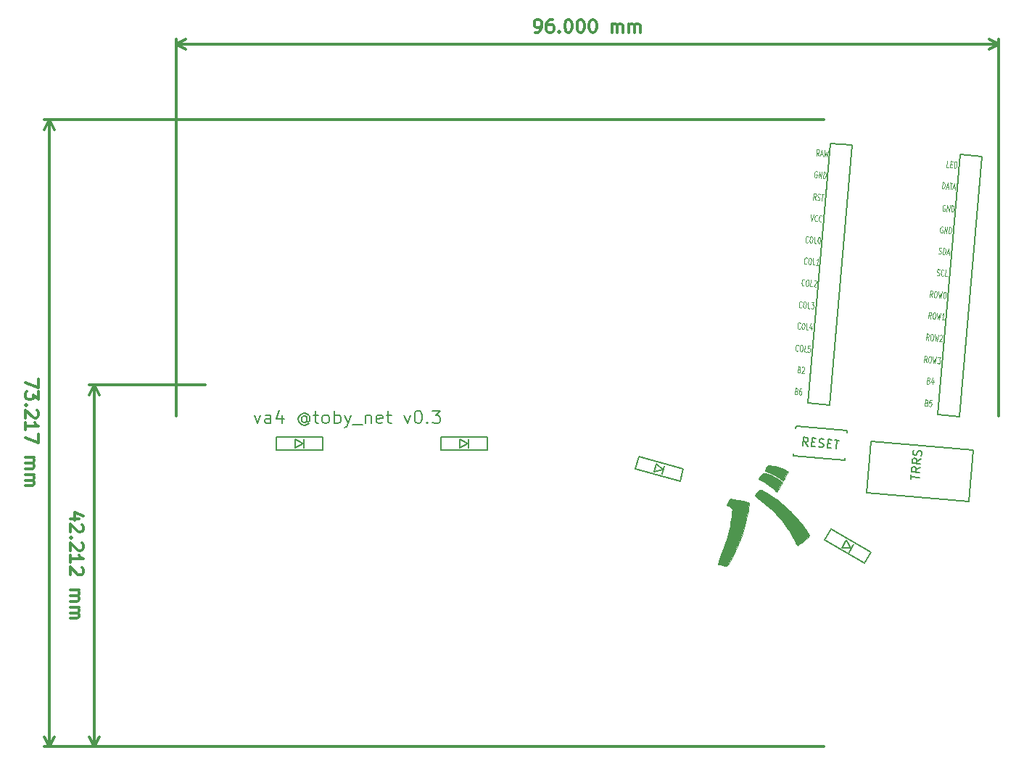
<source format=gbr>
G04 #@! TF.GenerationSoftware,KiCad,Pcbnew,(5.0.1)-4*
G04 #@! TF.CreationDate,2019-01-20T17:45:29+09:00*
G04 #@! TF.ProjectId,va4,7661342E6B696361645F706362000000,rev?*
G04 #@! TF.SameCoordinates,Original*
G04 #@! TF.FileFunction,Legend,Top*
G04 #@! TF.FilePolarity,Positive*
%FSLAX46Y46*%
G04 Gerber Fmt 4.6, Leading zero omitted, Abs format (unit mm)*
G04 Created by KiCad (PCBNEW (5.0.1)-4) date 20/01/2019 17:45:29*
%MOMM*%
%LPD*%
G01*
G04 APERTURE LIST*
%ADD10C,0.300000*%
%ADD11C,0.200000*%
%ADD12C,0.010000*%
%ADD13C,0.150000*%
%ADD14C,0.125000*%
G04 APERTURE END LIST*
D10*
X30221428Y-74605923D02*
X29221428Y-74605923D01*
X30792857Y-74248780D02*
X29721428Y-73891637D01*
X29721428Y-74820208D01*
X30578571Y-75320208D02*
X30650000Y-75391637D01*
X30721428Y-75534494D01*
X30721428Y-75891637D01*
X30650000Y-76034494D01*
X30578571Y-76105923D01*
X30435714Y-76177351D01*
X30292857Y-76177351D01*
X30078571Y-76105923D01*
X29221428Y-75248780D01*
X29221428Y-76177351D01*
X29364285Y-76820208D02*
X29292857Y-76891637D01*
X29221428Y-76820208D01*
X29292857Y-76748780D01*
X29364285Y-76820208D01*
X29221428Y-76820208D01*
X30578571Y-77463065D02*
X30650000Y-77534494D01*
X30721428Y-77677351D01*
X30721428Y-78034494D01*
X30650000Y-78177351D01*
X30578571Y-78248780D01*
X30435714Y-78320208D01*
X30292857Y-78320208D01*
X30078571Y-78248780D01*
X29221428Y-77391637D01*
X29221428Y-78320208D01*
X29221428Y-79748780D02*
X29221428Y-78891637D01*
X29221428Y-79320208D02*
X30721428Y-79320208D01*
X30507142Y-79177351D01*
X30364285Y-79034494D01*
X30292857Y-78891637D01*
X30578571Y-80320208D02*
X30650000Y-80391637D01*
X30721428Y-80534494D01*
X30721428Y-80891637D01*
X30650000Y-81034494D01*
X30578571Y-81105923D01*
X30435714Y-81177351D01*
X30292857Y-81177351D01*
X30078571Y-81105923D01*
X29221428Y-80248780D01*
X29221428Y-81177351D01*
X29221428Y-82963065D02*
X30221428Y-82963065D01*
X30078571Y-82963065D02*
X30150000Y-83034494D01*
X30221428Y-83177351D01*
X30221428Y-83391637D01*
X30150000Y-83534494D01*
X30007142Y-83605923D01*
X29221428Y-83605923D01*
X30007142Y-83605923D02*
X30150000Y-83677351D01*
X30221428Y-83820208D01*
X30221428Y-84034494D01*
X30150000Y-84177351D01*
X30007142Y-84248780D01*
X29221428Y-84248780D01*
X29221428Y-84963065D02*
X30221428Y-84963065D01*
X30078571Y-84963065D02*
X30150000Y-85034494D01*
X30221428Y-85177351D01*
X30221428Y-85391637D01*
X30150000Y-85534494D01*
X30007142Y-85605923D01*
X29221428Y-85605923D01*
X30007142Y-85605923D02*
X30150000Y-85677351D01*
X30221428Y-85820208D01*
X30221428Y-86034494D01*
X30150000Y-86177351D01*
X30007142Y-86248780D01*
X29221428Y-86248780D01*
X32000000Y-59000000D02*
X32000000Y-101211846D01*
X45000000Y-59000000D02*
X31413579Y-59000000D01*
X45000000Y-101211846D02*
X31413579Y-101211846D01*
X32000000Y-101211846D02*
X31413579Y-100085342D01*
X32000000Y-101211846D02*
X32586421Y-100085342D01*
X32000000Y-59000000D02*
X31413579Y-60126504D01*
X32000000Y-59000000D02*
X32586421Y-60126504D01*
X25521428Y-58323027D02*
X25521428Y-59323027D01*
X24021428Y-58680170D01*
X25521428Y-59751599D02*
X25521428Y-60680170D01*
X24950000Y-60180170D01*
X24950000Y-60394456D01*
X24878571Y-60537313D01*
X24807142Y-60608742D01*
X24664285Y-60680170D01*
X24307142Y-60680170D01*
X24164285Y-60608742D01*
X24092857Y-60537313D01*
X24021428Y-60394456D01*
X24021428Y-59965884D01*
X24092857Y-59823027D01*
X24164285Y-59751599D01*
X24164285Y-61323027D02*
X24092857Y-61394456D01*
X24021428Y-61323027D01*
X24092857Y-61251599D01*
X24164285Y-61323027D01*
X24021428Y-61323027D01*
X25378571Y-61965884D02*
X25450000Y-62037313D01*
X25521428Y-62180170D01*
X25521428Y-62537313D01*
X25450000Y-62680170D01*
X25378571Y-62751599D01*
X25235714Y-62823027D01*
X25092857Y-62823027D01*
X24878571Y-62751599D01*
X24021428Y-61894456D01*
X24021428Y-62823027D01*
X24021428Y-64251599D02*
X24021428Y-63394456D01*
X24021428Y-63823027D02*
X25521428Y-63823027D01*
X25307142Y-63680170D01*
X25164285Y-63537313D01*
X25092857Y-63394456D01*
X25521428Y-64751599D02*
X25521428Y-65751599D01*
X24021428Y-65108742D01*
X24021428Y-67465884D02*
X25021428Y-67465884D01*
X24878571Y-67465884D02*
X24950000Y-67537313D01*
X25021428Y-67680170D01*
X25021428Y-67894456D01*
X24950000Y-68037313D01*
X24807142Y-68108742D01*
X24021428Y-68108742D01*
X24807142Y-68108742D02*
X24950000Y-68180170D01*
X25021428Y-68323027D01*
X25021428Y-68537313D01*
X24950000Y-68680170D01*
X24807142Y-68751599D01*
X24021428Y-68751599D01*
X24021428Y-69465884D02*
X25021428Y-69465884D01*
X24878571Y-69465884D02*
X24950000Y-69537313D01*
X25021428Y-69680170D01*
X25021428Y-69894456D01*
X24950000Y-70037313D01*
X24807142Y-70108742D01*
X24021428Y-70108742D01*
X24807142Y-70108742D02*
X24950000Y-70180170D01*
X25021428Y-70323027D01*
X25021428Y-70537313D01*
X24950000Y-70680170D01*
X24807142Y-70751599D01*
X24021428Y-70751599D01*
X26800000Y-28000000D02*
X26800000Y-101217484D01*
X117200000Y-28000000D02*
X26213579Y-28000000D01*
X117200000Y-101217484D02*
X26213579Y-101217484D01*
X26800000Y-101217484D02*
X26213579Y-100090980D01*
X26800000Y-101217484D02*
X27386421Y-100090980D01*
X26800000Y-28000000D02*
X26213579Y-29126504D01*
X26800000Y-28000000D02*
X27386421Y-29126504D01*
X83528779Y-17778571D02*
X83814493Y-17778571D01*
X83957350Y-17707142D01*
X84028779Y-17635714D01*
X84171636Y-17421428D01*
X84243065Y-17135714D01*
X84243065Y-16564285D01*
X84171636Y-16421428D01*
X84100208Y-16350000D01*
X83957350Y-16278571D01*
X83671636Y-16278571D01*
X83528779Y-16350000D01*
X83457350Y-16421428D01*
X83385922Y-16564285D01*
X83385922Y-16921428D01*
X83457350Y-17064285D01*
X83528779Y-17135714D01*
X83671636Y-17207142D01*
X83957350Y-17207142D01*
X84100208Y-17135714D01*
X84171636Y-17064285D01*
X84243065Y-16921428D01*
X85528779Y-16278571D02*
X85243065Y-16278571D01*
X85100208Y-16350000D01*
X85028779Y-16421428D01*
X84885922Y-16635714D01*
X84814493Y-16921428D01*
X84814493Y-17492857D01*
X84885922Y-17635714D01*
X84957350Y-17707142D01*
X85100208Y-17778571D01*
X85385922Y-17778571D01*
X85528779Y-17707142D01*
X85600208Y-17635714D01*
X85671636Y-17492857D01*
X85671636Y-17135714D01*
X85600208Y-16992857D01*
X85528779Y-16921428D01*
X85385922Y-16850000D01*
X85100208Y-16850000D01*
X84957350Y-16921428D01*
X84885922Y-16992857D01*
X84814493Y-17135714D01*
X86314493Y-17635714D02*
X86385922Y-17707142D01*
X86314493Y-17778571D01*
X86243065Y-17707142D01*
X86314493Y-17635714D01*
X86314493Y-17778571D01*
X87314493Y-16278571D02*
X87457350Y-16278571D01*
X87600208Y-16350000D01*
X87671636Y-16421428D01*
X87743065Y-16564285D01*
X87814493Y-16850000D01*
X87814493Y-17207142D01*
X87743065Y-17492857D01*
X87671636Y-17635714D01*
X87600208Y-17707142D01*
X87457350Y-17778571D01*
X87314493Y-17778571D01*
X87171636Y-17707142D01*
X87100208Y-17635714D01*
X87028779Y-17492857D01*
X86957350Y-17207142D01*
X86957350Y-16850000D01*
X87028779Y-16564285D01*
X87100208Y-16421428D01*
X87171636Y-16350000D01*
X87314493Y-16278571D01*
X88743065Y-16278571D02*
X88885922Y-16278571D01*
X89028779Y-16350000D01*
X89100208Y-16421428D01*
X89171636Y-16564285D01*
X89243065Y-16850000D01*
X89243065Y-17207142D01*
X89171636Y-17492857D01*
X89100208Y-17635714D01*
X89028779Y-17707142D01*
X88885922Y-17778571D01*
X88743065Y-17778571D01*
X88600208Y-17707142D01*
X88528779Y-17635714D01*
X88457350Y-17492857D01*
X88385922Y-17207142D01*
X88385922Y-16850000D01*
X88457350Y-16564285D01*
X88528779Y-16421428D01*
X88600208Y-16350000D01*
X88743065Y-16278571D01*
X90171636Y-16278571D02*
X90314493Y-16278571D01*
X90457350Y-16350000D01*
X90528779Y-16421428D01*
X90600208Y-16564285D01*
X90671636Y-16850000D01*
X90671636Y-17207142D01*
X90600208Y-17492857D01*
X90528779Y-17635714D01*
X90457350Y-17707142D01*
X90314493Y-17778571D01*
X90171636Y-17778571D01*
X90028779Y-17707142D01*
X89957350Y-17635714D01*
X89885922Y-17492857D01*
X89814493Y-17207142D01*
X89814493Y-16850000D01*
X89885922Y-16564285D01*
X89957350Y-16421428D01*
X90028779Y-16350000D01*
X90171636Y-16278571D01*
X92457350Y-17778571D02*
X92457350Y-16778571D01*
X92457350Y-16921428D02*
X92528779Y-16850000D01*
X92671636Y-16778571D01*
X92885922Y-16778571D01*
X93028779Y-16850000D01*
X93100208Y-16992857D01*
X93100208Y-17778571D01*
X93100208Y-16992857D02*
X93171636Y-16850000D01*
X93314493Y-16778571D01*
X93528779Y-16778571D01*
X93671636Y-16850000D01*
X93743065Y-16992857D01*
X93743065Y-17778571D01*
X94457350Y-17778571D02*
X94457350Y-16778571D01*
X94457350Y-16921428D02*
X94528779Y-16850000D01*
X94671636Y-16778571D01*
X94885922Y-16778571D01*
X95028779Y-16850000D01*
X95100208Y-16992857D01*
X95100208Y-17778571D01*
X95100208Y-16992857D02*
X95171636Y-16850000D01*
X95314493Y-16778571D01*
X95528779Y-16778571D01*
X95671636Y-16850000D01*
X95743065Y-16992857D01*
X95743065Y-17778571D01*
X41600000Y-19200000D02*
X137600416Y-19200000D01*
X41600000Y-62600000D02*
X41600000Y-18613579D01*
X137600416Y-62600000D02*
X137600416Y-18613579D01*
X137600416Y-19200000D02*
X136473912Y-19786421D01*
X137600416Y-19200000D02*
X136473912Y-18613579D01*
X41600000Y-19200000D02*
X42726504Y-19786421D01*
X41600000Y-19200000D02*
X42726504Y-18613579D01*
D11*
X50707142Y-62478571D02*
X51064285Y-63478571D01*
X51421428Y-62478571D01*
X52635714Y-63478571D02*
X52635714Y-62692857D01*
X52564285Y-62550000D01*
X52421428Y-62478571D01*
X52135714Y-62478571D01*
X51992857Y-62550000D01*
X52635714Y-63407142D02*
X52492857Y-63478571D01*
X52135714Y-63478571D01*
X51992857Y-63407142D01*
X51921428Y-63264285D01*
X51921428Y-63121428D01*
X51992857Y-62978571D01*
X52135714Y-62907142D01*
X52492857Y-62907142D01*
X52635714Y-62835714D01*
X53992857Y-62478571D02*
X53992857Y-63478571D01*
X53635714Y-61907142D02*
X53278571Y-62978571D01*
X54207142Y-62978571D01*
X56850000Y-62764285D02*
X56778571Y-62692857D01*
X56635714Y-62621428D01*
X56492857Y-62621428D01*
X56350000Y-62692857D01*
X56278571Y-62764285D01*
X56207142Y-62907142D01*
X56207142Y-63050000D01*
X56278571Y-63192857D01*
X56350000Y-63264285D01*
X56492857Y-63335714D01*
X56635714Y-63335714D01*
X56778571Y-63264285D01*
X56850000Y-63192857D01*
X56850000Y-62621428D02*
X56850000Y-63192857D01*
X56921428Y-63264285D01*
X56992857Y-63264285D01*
X57135714Y-63192857D01*
X57207142Y-63050000D01*
X57207142Y-62692857D01*
X57064285Y-62478571D01*
X56850000Y-62335714D01*
X56564285Y-62264285D01*
X56278571Y-62335714D01*
X56064285Y-62478571D01*
X55921428Y-62692857D01*
X55850000Y-62978571D01*
X55921428Y-63264285D01*
X56064285Y-63478571D01*
X56278571Y-63621428D01*
X56564285Y-63692857D01*
X56850000Y-63621428D01*
X57064285Y-63478571D01*
X57635714Y-62478571D02*
X58207142Y-62478571D01*
X57850000Y-61978571D02*
X57850000Y-63264285D01*
X57921428Y-63407142D01*
X58064285Y-63478571D01*
X58207142Y-63478571D01*
X58921428Y-63478571D02*
X58778571Y-63407142D01*
X58707142Y-63335714D01*
X58635714Y-63192857D01*
X58635714Y-62764285D01*
X58707142Y-62621428D01*
X58778571Y-62550000D01*
X58921428Y-62478571D01*
X59135714Y-62478571D01*
X59278571Y-62550000D01*
X59350000Y-62621428D01*
X59421428Y-62764285D01*
X59421428Y-63192857D01*
X59350000Y-63335714D01*
X59278571Y-63407142D01*
X59135714Y-63478571D01*
X58921428Y-63478571D01*
X60064285Y-63478571D02*
X60064285Y-61978571D01*
X60064285Y-62550000D02*
X60207142Y-62478571D01*
X60492857Y-62478571D01*
X60635714Y-62550000D01*
X60707142Y-62621428D01*
X60778571Y-62764285D01*
X60778571Y-63192857D01*
X60707142Y-63335714D01*
X60635714Y-63407142D01*
X60492857Y-63478571D01*
X60207142Y-63478571D01*
X60064285Y-63407142D01*
X61278571Y-62478571D02*
X61635714Y-63478571D01*
X61992857Y-62478571D02*
X61635714Y-63478571D01*
X61492857Y-63835714D01*
X61421428Y-63907142D01*
X61278571Y-63978571D01*
X62207142Y-63621428D02*
X63350000Y-63621428D01*
X63707142Y-62478571D02*
X63707142Y-63478571D01*
X63707142Y-62621428D02*
X63778571Y-62550000D01*
X63921428Y-62478571D01*
X64135714Y-62478571D01*
X64278571Y-62550000D01*
X64350000Y-62692857D01*
X64350000Y-63478571D01*
X65635714Y-63407142D02*
X65492857Y-63478571D01*
X65207142Y-63478571D01*
X65064285Y-63407142D01*
X64992857Y-63264285D01*
X64992857Y-62692857D01*
X65064285Y-62550000D01*
X65207142Y-62478571D01*
X65492857Y-62478571D01*
X65635714Y-62550000D01*
X65707142Y-62692857D01*
X65707142Y-62835714D01*
X64992857Y-62978571D01*
X66135714Y-62478571D02*
X66707142Y-62478571D01*
X66349999Y-61978571D02*
X66349999Y-63264285D01*
X66421428Y-63407142D01*
X66564285Y-63478571D01*
X66707142Y-63478571D01*
X68207142Y-62478571D02*
X68564285Y-63478571D01*
X68921428Y-62478571D01*
X69778571Y-61978571D02*
X69921428Y-61978571D01*
X70064285Y-62050000D01*
X70135714Y-62121428D01*
X70207142Y-62264285D01*
X70278571Y-62550000D01*
X70278571Y-62907142D01*
X70207142Y-63192857D01*
X70135714Y-63335714D01*
X70064285Y-63407142D01*
X69921428Y-63478571D01*
X69778571Y-63478571D01*
X69635714Y-63407142D01*
X69564285Y-63335714D01*
X69492857Y-63192857D01*
X69421428Y-62907142D01*
X69421428Y-62550000D01*
X69492857Y-62264285D01*
X69564285Y-62121428D01*
X69635714Y-62050000D01*
X69778571Y-61978571D01*
X70921428Y-63335714D02*
X70992857Y-63407142D01*
X70921428Y-63478571D01*
X70850000Y-63407142D01*
X70921428Y-63335714D01*
X70921428Y-63478571D01*
X71492857Y-61978571D02*
X72421428Y-61978571D01*
X71921428Y-62550000D01*
X72135714Y-62550000D01*
X72278571Y-62621428D01*
X72350000Y-62692857D01*
X72421428Y-62835714D01*
X72421428Y-63192857D01*
X72350000Y-63335714D01*
X72278571Y-63407142D01*
X72135714Y-63478571D01*
X71707142Y-63478571D01*
X71564285Y-63407142D01*
X71492857Y-63335714D01*
D12*
G04 #@! TO.C,G\002A\002A\002A*
G36*
X110779120Y-68360058D02*
X110979130Y-68376404D01*
X111228680Y-68412052D01*
X111501541Y-68462528D01*
X111771485Y-68523366D01*
X112012285Y-68590094D01*
X112068317Y-68608343D01*
X112312327Y-68701039D01*
X112562160Y-68811912D01*
X112764950Y-68917449D01*
X112770084Y-68920482D01*
X113061186Y-69093389D01*
X112745762Y-69643018D01*
X112621388Y-69856575D01*
X112515452Y-70032546D01*
X112439123Y-70152785D01*
X112403568Y-70199143D01*
X112403485Y-70199165D01*
X112351020Y-70171348D01*
X112253739Y-70094087D01*
X112222486Y-70066481D01*
X111936923Y-69838764D01*
X111592021Y-69609709D01*
X111227883Y-69403406D01*
X110884611Y-69243944D01*
X110799110Y-69211473D01*
X110343133Y-69048604D01*
X110453533Y-68720226D01*
X110528907Y-68533212D01*
X110604959Y-68407441D01*
X110654878Y-68367480D01*
X110779120Y-68360058D01*
X110779120Y-68360058D01*
G37*
X110779120Y-68360058D02*
X110979130Y-68376404D01*
X111228680Y-68412052D01*
X111501541Y-68462528D01*
X111771485Y-68523366D01*
X112012285Y-68590094D01*
X112068317Y-68608343D01*
X112312327Y-68701039D01*
X112562160Y-68811912D01*
X112764950Y-68917449D01*
X112770084Y-68920482D01*
X113061186Y-69093389D01*
X112745762Y-69643018D01*
X112621388Y-69856575D01*
X112515452Y-70032546D01*
X112439123Y-70152785D01*
X112403568Y-70199143D01*
X112403485Y-70199165D01*
X112351020Y-70171348D01*
X112253739Y-70094087D01*
X112222486Y-70066481D01*
X111936923Y-69838764D01*
X111592021Y-69609709D01*
X111227883Y-69403406D01*
X110884611Y-69243944D01*
X110799110Y-69211473D01*
X110343133Y-69048604D01*
X110453533Y-68720226D01*
X110528907Y-68533212D01*
X110604959Y-68407441D01*
X110654878Y-68367480D01*
X110779120Y-68360058D01*
G36*
X110190034Y-69293289D02*
X110390179Y-69329571D01*
X110636380Y-69395683D01*
X110903732Y-69484121D01*
X111167328Y-69587386D01*
X111402264Y-69697976D01*
X111404136Y-69698962D01*
X111641633Y-69832769D01*
X111885845Y-69984121D01*
X112089802Y-70123688D01*
X112117230Y-70144239D01*
X112410449Y-70368017D01*
X112072366Y-70907724D01*
X111939191Y-71118501D01*
X111825958Y-71294308D01*
X111744584Y-71416877D01*
X111706985Y-71467935D01*
X111706891Y-71468008D01*
X111656918Y-71446768D01*
X111563060Y-71369136D01*
X111517222Y-71324731D01*
X111284852Y-71111473D01*
X110989582Y-70872021D01*
X110662226Y-70629358D01*
X110333600Y-70406465D01*
X110074456Y-70248679D01*
X109615531Y-69988165D01*
X109791737Y-69653338D01*
X109891584Y-69483857D01*
X109987101Y-69355574D01*
X110058347Y-69295091D01*
X110060851Y-69294340D01*
X110190034Y-69293289D01*
X110190034Y-69293289D01*
G37*
X110190034Y-69293289D02*
X110390179Y-69329571D01*
X110636380Y-69395683D01*
X110903732Y-69484121D01*
X111167328Y-69587386D01*
X111402264Y-69697976D01*
X111404136Y-69698962D01*
X111641633Y-69832769D01*
X111885845Y-69984121D01*
X112089802Y-70123688D01*
X112117230Y-70144239D01*
X112410449Y-70368017D01*
X112072366Y-70907724D01*
X111939191Y-71118501D01*
X111825958Y-71294308D01*
X111744584Y-71416877D01*
X111706985Y-71467935D01*
X111706891Y-71468008D01*
X111656918Y-71446768D01*
X111563060Y-71369136D01*
X111517222Y-71324731D01*
X111284852Y-71111473D01*
X110989582Y-70872021D01*
X110662226Y-70629358D01*
X110333600Y-70406465D01*
X110074456Y-70248679D01*
X109615531Y-69988165D01*
X109791737Y-69653338D01*
X109891584Y-69483857D01*
X109987101Y-69355574D01*
X110058347Y-69295091D01*
X110060851Y-69294340D01*
X110190034Y-69293289D01*
G36*
X109768826Y-71221425D02*
X109919727Y-71272371D01*
X110127927Y-71364567D01*
X110377888Y-71489530D01*
X110654066Y-71638778D01*
X110940921Y-71803826D01*
X111222911Y-71976192D01*
X111484497Y-72147393D01*
X111710134Y-72308947D01*
X111768687Y-72354418D01*
X112029676Y-72569702D01*
X112336274Y-72834981D01*
X112659993Y-73124688D01*
X112972342Y-73413256D01*
X113244829Y-73675118D01*
X113286027Y-73716028D01*
X113518772Y-73956674D01*
X113772901Y-74233390D01*
X114038036Y-74533472D01*
X114303802Y-74844215D01*
X114559824Y-75152915D01*
X114795727Y-75446867D01*
X115001133Y-75713367D01*
X115165670Y-75939710D01*
X115278958Y-76113192D01*
X115330044Y-76218843D01*
X115388416Y-76340045D01*
X115438756Y-76405919D01*
X115485921Y-76476668D01*
X115485633Y-76554120D01*
X115429329Y-76653780D01*
X115308443Y-76791147D01*
X115127444Y-76969292D01*
X114990641Y-77091742D01*
X114815429Y-77237255D01*
X114623294Y-77389372D01*
X114435724Y-77531632D01*
X114274205Y-77647573D01*
X114160228Y-77720737D01*
X114125582Y-77736781D01*
X114095573Y-77695034D01*
X114024267Y-77578120D01*
X113921915Y-77403298D01*
X113798767Y-77187836D01*
X113781799Y-77157800D01*
X113654578Y-76928959D01*
X113546538Y-76728331D01*
X113468577Y-76576594D01*
X113431589Y-76494421D01*
X113430771Y-76491644D01*
X113394471Y-76419125D01*
X113310122Y-76277518D01*
X113189160Y-76085273D01*
X113043020Y-75860836D01*
X112993946Y-75786940D01*
X112658218Y-75316537D01*
X112266750Y-74822418D01*
X111843627Y-74332164D01*
X111412935Y-73873348D01*
X110998759Y-73473550D01*
X110885747Y-73373080D01*
X110661835Y-73178302D01*
X110442412Y-72987334D01*
X110252497Y-72821957D01*
X110117113Y-72703953D01*
X110115840Y-72702842D01*
X109952150Y-72566647D01*
X109744130Y-72402613D01*
X109533929Y-72243901D01*
X109512698Y-72228347D01*
X109346269Y-72102523D01*
X109217584Y-71997017D01*
X109147319Y-71929100D01*
X109140319Y-71917250D01*
X109167478Y-71859376D01*
X109245107Y-71746461D01*
X109353861Y-71603007D01*
X109474392Y-71453508D01*
X109587356Y-71322464D01*
X109673406Y-71234375D01*
X109690769Y-71220212D01*
X109768826Y-71221425D01*
X109768826Y-71221425D01*
G37*
X109768826Y-71221425D02*
X109919727Y-71272371D01*
X110127927Y-71364567D01*
X110377888Y-71489530D01*
X110654066Y-71638778D01*
X110940921Y-71803826D01*
X111222911Y-71976192D01*
X111484497Y-72147393D01*
X111710134Y-72308947D01*
X111768687Y-72354418D01*
X112029676Y-72569702D01*
X112336274Y-72834981D01*
X112659993Y-73124688D01*
X112972342Y-73413256D01*
X113244829Y-73675118D01*
X113286027Y-73716028D01*
X113518772Y-73956674D01*
X113772901Y-74233390D01*
X114038036Y-74533472D01*
X114303802Y-74844215D01*
X114559824Y-75152915D01*
X114795727Y-75446867D01*
X115001133Y-75713367D01*
X115165670Y-75939710D01*
X115278958Y-76113192D01*
X115330044Y-76218843D01*
X115388416Y-76340045D01*
X115438756Y-76405919D01*
X115485921Y-76476668D01*
X115485633Y-76554120D01*
X115429329Y-76653780D01*
X115308443Y-76791147D01*
X115127444Y-76969292D01*
X114990641Y-77091742D01*
X114815429Y-77237255D01*
X114623294Y-77389372D01*
X114435724Y-77531632D01*
X114274205Y-77647573D01*
X114160228Y-77720737D01*
X114125582Y-77736781D01*
X114095573Y-77695034D01*
X114024267Y-77578120D01*
X113921915Y-77403298D01*
X113798767Y-77187836D01*
X113781799Y-77157800D01*
X113654578Y-76928959D01*
X113546538Y-76728331D01*
X113468577Y-76576594D01*
X113431589Y-76494421D01*
X113430771Y-76491644D01*
X113394471Y-76419125D01*
X113310122Y-76277518D01*
X113189160Y-76085273D01*
X113043020Y-75860836D01*
X112993946Y-75786940D01*
X112658218Y-75316537D01*
X112266750Y-74822418D01*
X111843627Y-74332164D01*
X111412935Y-73873348D01*
X110998759Y-73473550D01*
X110885747Y-73373080D01*
X110661835Y-73178302D01*
X110442412Y-72987334D01*
X110252497Y-72821957D01*
X110117113Y-72703953D01*
X110115840Y-72702842D01*
X109952150Y-72566647D01*
X109744130Y-72402613D01*
X109533929Y-72243901D01*
X109512698Y-72228347D01*
X109346269Y-72102523D01*
X109217584Y-71997017D01*
X109147319Y-71929100D01*
X109140319Y-71917250D01*
X109167478Y-71859376D01*
X109245107Y-71746461D01*
X109353861Y-71603007D01*
X109474392Y-71453508D01*
X109587356Y-71322464D01*
X109673406Y-71234375D01*
X109690769Y-71220212D01*
X109768826Y-71221425D01*
G36*
X106354581Y-72283457D02*
X106534824Y-72302109D01*
X106772350Y-72337770D01*
X107044367Y-72386505D01*
X107328082Y-72444379D01*
X107600704Y-72507455D01*
X107726461Y-72539911D01*
X108019600Y-72619442D01*
X108226124Y-72677828D01*
X108361781Y-72720799D01*
X108442322Y-72754083D01*
X108483494Y-72783413D01*
X108501048Y-72814517D01*
X108503419Y-72822594D01*
X108497832Y-72890785D01*
X108472760Y-73047956D01*
X108430907Y-73279600D01*
X108374974Y-73571216D01*
X108307661Y-73908299D01*
X108240152Y-74235846D01*
X107959335Y-75429698D01*
X107632656Y-76538415D01*
X107255890Y-77574162D01*
X106824816Y-78549098D01*
X106565833Y-79058572D01*
X106428677Y-79302298D01*
X106280089Y-79543656D01*
X106132693Y-79764513D01*
X105999117Y-79946730D01*
X105891985Y-80072175D01*
X105825163Y-80122482D01*
X105755328Y-80116536D01*
X105608448Y-80092265D01*
X105410808Y-80054214D01*
X105313478Y-80034052D01*
X105104801Y-79989094D01*
X104938641Y-79951790D01*
X104839852Y-79927785D01*
X104823892Y-79922773D01*
X104822679Y-79871662D01*
X104845758Y-79807908D01*
X104900422Y-79667994D01*
X104921386Y-79600998D01*
X104950112Y-79519143D01*
X105011846Y-79357555D01*
X105099456Y-79134423D01*
X105205812Y-78867943D01*
X105302424Y-78628823D01*
X105476349Y-78184454D01*
X105647111Y-77718291D01*
X105807027Y-77253512D01*
X105948412Y-76813289D01*
X106063586Y-76420796D01*
X106144864Y-76099207D01*
X106152116Y-76065820D01*
X106209101Y-75777774D01*
X106267130Y-75449836D01*
X106323793Y-75099727D01*
X106376680Y-74745167D01*
X106423380Y-74403878D01*
X106461484Y-74093580D01*
X106488582Y-73831993D01*
X106502264Y-73636838D01*
X106500120Y-73525836D01*
X106498541Y-73518461D01*
X106426040Y-73391279D01*
X106290223Y-73251713D01*
X106124528Y-73130258D01*
X106009867Y-73072804D01*
X105849127Y-73010872D01*
X106017777Y-72657419D01*
X106108461Y-72483165D01*
X106191248Y-72351329D01*
X106249782Y-72287603D01*
X106254413Y-72285750D01*
X106354581Y-72283457D01*
X106354581Y-72283457D01*
G37*
X106354581Y-72283457D02*
X106534824Y-72302109D01*
X106772350Y-72337770D01*
X107044367Y-72386505D01*
X107328082Y-72444379D01*
X107600704Y-72507455D01*
X107726461Y-72539911D01*
X108019600Y-72619442D01*
X108226124Y-72677828D01*
X108361781Y-72720799D01*
X108442322Y-72754083D01*
X108483494Y-72783413D01*
X108501048Y-72814517D01*
X108503419Y-72822594D01*
X108497832Y-72890785D01*
X108472760Y-73047956D01*
X108430907Y-73279600D01*
X108374974Y-73571216D01*
X108307661Y-73908299D01*
X108240152Y-74235846D01*
X107959335Y-75429698D01*
X107632656Y-76538415D01*
X107255890Y-77574162D01*
X106824816Y-78549098D01*
X106565833Y-79058572D01*
X106428677Y-79302298D01*
X106280089Y-79543656D01*
X106132693Y-79764513D01*
X105999117Y-79946730D01*
X105891985Y-80072175D01*
X105825163Y-80122482D01*
X105755328Y-80116536D01*
X105608448Y-80092265D01*
X105410808Y-80054214D01*
X105313478Y-80034052D01*
X105104801Y-79989094D01*
X104938641Y-79951790D01*
X104839852Y-79927785D01*
X104823892Y-79922773D01*
X104822679Y-79871662D01*
X104845758Y-79807908D01*
X104900422Y-79667994D01*
X104921386Y-79600998D01*
X104950112Y-79519143D01*
X105011846Y-79357555D01*
X105099456Y-79134423D01*
X105205812Y-78867943D01*
X105302424Y-78628823D01*
X105476349Y-78184454D01*
X105647111Y-77718291D01*
X105807027Y-77253512D01*
X105948412Y-76813289D01*
X106063586Y-76420796D01*
X106144864Y-76099207D01*
X106152116Y-76065820D01*
X106209101Y-75777774D01*
X106267130Y-75449836D01*
X106323793Y-75099727D01*
X106376680Y-74745167D01*
X106423380Y-74403878D01*
X106461484Y-74093580D01*
X106488582Y-73831993D01*
X106502264Y-73636838D01*
X106500120Y-73525836D01*
X106498541Y-73518461D01*
X106426040Y-73391279D01*
X106290223Y-73251713D01*
X106124528Y-73130258D01*
X106009867Y-73072804D01*
X105849127Y-73010872D01*
X106017777Y-72657419D01*
X106108461Y-72483165D01*
X106191248Y-72351329D01*
X106249782Y-72287603D01*
X106254413Y-72285750D01*
X106354581Y-72283457D01*
D13*
G04 #@! TO.C,J2*
X122707131Y-65565547D02*
X134661467Y-66611416D01*
X122184196Y-71542715D02*
X122707131Y-65565547D01*
X134138533Y-72588584D02*
X122184196Y-71542715D01*
X134661467Y-66611416D02*
X134138533Y-72588584D01*
G04 #@! TO.C,D4*
X120346410Y-78000000D02*
X119316987Y-77983013D01*
X119316987Y-77983013D02*
X119816987Y-77116987D01*
X119816987Y-77116987D02*
X120346410Y-78000000D01*
X120183013Y-78483013D02*
X120683013Y-77616987D01*
X117286731Y-77099519D02*
X121963269Y-79799519D01*
X121963269Y-79799519D02*
X122713269Y-78500481D01*
X122713269Y-78500481D02*
X118036731Y-75800481D01*
X118036731Y-75800481D02*
X117286731Y-77099519D01*
G04 #@! TO.C,D3*
X98386370Y-68903528D02*
X97387628Y-69153553D01*
X97387628Y-69153553D02*
X97646447Y-68187628D01*
X97646447Y-68187628D02*
X98386370Y-68903528D01*
X98353553Y-69412372D02*
X98612372Y-68446447D01*
X95197886Y-68825633D02*
X100413885Y-70223256D01*
X100413885Y-70223256D02*
X100802114Y-68774367D01*
X100802114Y-68774367D02*
X95586115Y-67376744D01*
X95586115Y-67376744D02*
X95197886Y-68825633D01*
G04 #@! TO.C,D2*
X72500000Y-65050000D02*
X72500000Y-66550000D01*
X77900000Y-65050000D02*
X72500000Y-65050000D01*
X77900000Y-66550000D02*
X77900000Y-65050000D01*
X72500000Y-66550000D02*
X77900000Y-66550000D01*
X75700000Y-66300000D02*
X75700000Y-65300000D01*
X74700000Y-65300000D02*
X75600000Y-65800000D01*
X74700000Y-66300000D02*
X74700000Y-65300000D01*
X75600000Y-65800000D02*
X74700000Y-66300000D01*
G04 #@! TO.C,D1*
X56400000Y-65800000D02*
X55500000Y-66300000D01*
X55500000Y-66300000D02*
X55500000Y-65300000D01*
X55500000Y-65300000D02*
X56400000Y-65800000D01*
X56500000Y-66300000D02*
X56500000Y-65300000D01*
X53300000Y-66550000D02*
X58700000Y-66550000D01*
X58700000Y-66550000D02*
X58700000Y-65050000D01*
X58700000Y-65050000D02*
X53300000Y-65050000D01*
X53300000Y-65050000D02*
X53300000Y-66550000D01*
G04 #@! TO.C,U1*
X130478119Y-62432552D02*
X133134626Y-32068537D01*
X133008454Y-62653927D02*
X130478119Y-62432552D01*
X135664961Y-32289913D02*
X133008454Y-62653927D01*
X133134626Y-32068537D02*
X135664961Y-32289913D01*
X115316036Y-61106041D02*
X117972543Y-30742027D01*
X117846371Y-61327417D02*
X115316036Y-61106041D01*
X120502878Y-30963403D02*
X117846371Y-61327417D01*
X117972543Y-30742027D02*
X120502878Y-30963403D01*
G04 #@! TO.C,SW1*
X119941107Y-64318127D02*
X113963938Y-63795192D01*
X113963938Y-63795192D02*
X113942150Y-64044241D01*
X119941107Y-64318127D02*
X119919318Y-64567175D01*
X119636062Y-67804808D02*
X119657850Y-67555759D01*
X119636062Y-67804808D02*
X113658893Y-67281873D01*
X113658893Y-67281873D02*
X113680682Y-67032825D01*
G04 #@! TO.C,J2*
X127340815Y-69998171D02*
X127390618Y-69428916D01*
X128361912Y-69800699D02*
X127365717Y-69713543D01*
X128465668Y-68614753D02*
X127962238Y-68905315D01*
X128415865Y-69184007D02*
X127419670Y-69096852D01*
X127452873Y-68717349D01*
X127508611Y-68626623D01*
X127560199Y-68583336D01*
X127659225Y-68544199D01*
X127801539Y-68556649D01*
X127892264Y-68612388D01*
X127935552Y-68663976D01*
X127974689Y-68763002D01*
X127941487Y-69142505D01*
X128552824Y-67618558D02*
X128049394Y-67909121D01*
X128503021Y-68187813D02*
X127506826Y-68100657D01*
X127540028Y-67721154D01*
X127595767Y-67630429D01*
X127647355Y-67587141D01*
X127746381Y-67548004D01*
X127888694Y-67560455D01*
X127979420Y-67616193D01*
X128022707Y-67667781D01*
X128061845Y-67766807D01*
X128028642Y-68146310D01*
X128538588Y-67234905D02*
X128598477Y-67096742D01*
X128619228Y-66859553D01*
X128580091Y-66760527D01*
X128536804Y-66708939D01*
X128446078Y-66653201D01*
X128351203Y-66644900D01*
X128252177Y-66684037D01*
X128200588Y-66727325D01*
X128144850Y-66818050D01*
X128080811Y-67003651D01*
X128025073Y-67094377D01*
X127973485Y-67137664D01*
X127874459Y-67176802D01*
X127779583Y-67168501D01*
X127688858Y-67112763D01*
X127645570Y-67061175D01*
X127606433Y-66962149D01*
X127627184Y-66724959D01*
X127687073Y-66586796D01*
G04 #@! TO.C,U1*
D14*
X129684111Y-51230006D02*
X129549206Y-50859696D01*
X129399484Y-51205104D02*
X129464851Y-50457958D01*
X129654603Y-50474559D01*
X129698928Y-50514288D01*
X129719534Y-50551942D01*
X129737027Y-50625174D01*
X129727689Y-50731909D01*
X129697745Y-50800990D01*
X129670913Y-50834494D01*
X129620363Y-50865922D01*
X129430611Y-50849321D01*
X130057824Y-50509837D02*
X130152700Y-50518137D01*
X130197025Y-50557866D01*
X130238237Y-50633173D01*
X130249506Y-50777562D01*
X130227717Y-51026610D01*
X130191547Y-51166849D01*
X130137884Y-51233855D01*
X130087333Y-51265283D01*
X129992457Y-51256983D01*
X129948132Y-51217254D01*
X129906920Y-51141947D01*
X129895652Y-50997558D01*
X129917441Y-50748510D01*
X129953610Y-50608271D01*
X130007274Y-50541265D01*
X130057824Y-50509837D01*
X130437327Y-50543039D02*
X130490555Y-51300561D01*
X130632121Y-50775185D01*
X130680306Y-51317162D01*
X130864267Y-50580391D01*
X131249560Y-51366965D02*
X130964933Y-51342063D01*
X131107247Y-51354514D02*
X131172613Y-50607368D01*
X131115838Y-50709953D01*
X131062174Y-50776960D01*
X131011624Y-50808388D01*
X114409121Y-52379648D02*
X114382289Y-52413151D01*
X114308020Y-52442504D01*
X114260582Y-52438354D01*
X114192538Y-52396550D01*
X114151326Y-52321243D01*
X114133832Y-52248011D01*
X114122564Y-52103623D01*
X114131902Y-51996888D01*
X114168072Y-51856649D01*
X114198016Y-51787568D01*
X114251679Y-51720561D01*
X114325949Y-51691208D01*
X114373387Y-51695358D01*
X114441431Y-51737162D01*
X114462037Y-51774816D01*
X114776608Y-51730636D02*
X114871484Y-51738936D01*
X114915809Y-51778665D01*
X114957022Y-51853972D01*
X114968290Y-51998361D01*
X114946501Y-52247409D01*
X114910331Y-52387648D01*
X114856668Y-52454654D01*
X114806117Y-52486082D01*
X114711242Y-52477782D01*
X114666916Y-52438053D01*
X114625704Y-52362746D01*
X114614436Y-52218357D01*
X114636225Y-51969309D01*
X114672395Y-51829070D01*
X114726058Y-51762064D01*
X114776608Y-51730636D01*
X115375371Y-52535886D02*
X115138182Y-52515134D01*
X115203549Y-51767988D01*
X115798452Y-52070990D02*
X115754874Y-52569088D01*
X115704759Y-51775988D02*
X115539474Y-52299288D01*
X115847820Y-52326265D01*
X129412228Y-53763952D02*
X129277323Y-53393642D01*
X129127601Y-53739050D02*
X129192968Y-52991904D01*
X129382720Y-53008505D01*
X129427045Y-53048234D01*
X129447651Y-53085888D01*
X129465144Y-53159120D01*
X129455806Y-53265855D01*
X129425862Y-53334936D01*
X129399030Y-53368440D01*
X129348480Y-53399868D01*
X129158728Y-53383267D01*
X129785941Y-53043783D02*
X129880817Y-53052083D01*
X129925142Y-53091812D01*
X129966354Y-53167119D01*
X129977623Y-53311508D01*
X129955834Y-53560556D01*
X129919664Y-53700795D01*
X129866001Y-53767801D01*
X129815450Y-53799229D01*
X129720574Y-53790929D01*
X129676249Y-53751200D01*
X129635037Y-53675893D01*
X129623769Y-53531504D01*
X129645558Y-53282456D01*
X129681727Y-53142217D01*
X129735391Y-53075211D01*
X129785941Y-53043783D01*
X130165444Y-53076985D02*
X130218672Y-53834507D01*
X130360238Y-53309131D01*
X130408423Y-53851108D01*
X130592384Y-53114337D01*
X130752192Y-53200020D02*
X130779023Y-53166517D01*
X130829574Y-53135089D01*
X130948168Y-53145464D01*
X130992493Y-53185193D01*
X131013100Y-53222847D01*
X131030593Y-53296079D01*
X131024368Y-53367235D01*
X130991311Y-53471895D01*
X130669331Y-53873934D01*
X130977677Y-53900911D01*
X114182908Y-54965272D02*
X114156076Y-54998775D01*
X114081807Y-55028128D01*
X114034369Y-55023978D01*
X113966325Y-54982174D01*
X113925113Y-54906867D01*
X113907619Y-54833635D01*
X113896351Y-54689247D01*
X113905689Y-54582512D01*
X113941859Y-54442273D01*
X113971803Y-54373192D01*
X114025466Y-54306185D01*
X114099736Y-54276832D01*
X114147174Y-54280982D01*
X114215218Y-54322786D01*
X114235824Y-54360440D01*
X114550395Y-54316260D02*
X114645271Y-54324560D01*
X114689596Y-54364289D01*
X114730809Y-54439596D01*
X114742077Y-54583985D01*
X114720288Y-54833033D01*
X114684118Y-54973272D01*
X114630455Y-55040278D01*
X114579904Y-55071706D01*
X114485029Y-55063406D01*
X114440703Y-55023677D01*
X114399491Y-54948370D01*
X114388223Y-54803981D01*
X114410012Y-54554933D01*
X114446182Y-54414694D01*
X114499845Y-54347688D01*
X114550395Y-54316260D01*
X115149158Y-55121510D02*
X114911969Y-55100758D01*
X114977336Y-54353612D01*
X115617747Y-54409641D02*
X115380558Y-54388890D01*
X115325712Y-54742598D01*
X115352543Y-54709095D01*
X115403094Y-54677667D01*
X115521688Y-54688043D01*
X115566014Y-54727771D01*
X115586620Y-54765425D01*
X115604113Y-54838657D01*
X115588550Y-55016549D01*
X115558605Y-55085630D01*
X115531774Y-55119133D01*
X115481223Y-55150562D01*
X115362629Y-55140186D01*
X115318304Y-55100457D01*
X115297697Y-55062804D01*
X129186016Y-56349575D02*
X129051111Y-55979265D01*
X128901389Y-56324673D02*
X128966756Y-55577527D01*
X129156508Y-55594128D01*
X129200833Y-55633857D01*
X129221439Y-55671511D01*
X129238932Y-55744743D01*
X129229594Y-55851478D01*
X129199650Y-55920559D01*
X129172818Y-55954063D01*
X129122268Y-55985491D01*
X128932516Y-55968890D01*
X129559729Y-55629406D02*
X129654605Y-55637706D01*
X129698930Y-55677435D01*
X129740142Y-55752742D01*
X129751411Y-55897131D01*
X129729622Y-56146179D01*
X129693452Y-56286418D01*
X129639789Y-56353424D01*
X129589238Y-56384852D01*
X129494362Y-56376552D01*
X129450037Y-56336823D01*
X129408825Y-56261516D01*
X129397557Y-56117127D01*
X129419346Y-55868079D01*
X129455515Y-55727840D01*
X129509179Y-55660834D01*
X129559729Y-55629406D01*
X129939232Y-55662608D02*
X129992460Y-56420130D01*
X130134026Y-55894754D01*
X130182211Y-56436731D01*
X130366172Y-55699960D01*
X130508486Y-55712411D02*
X130816832Y-55739388D01*
X130625898Y-56009489D01*
X130697055Y-56015715D01*
X130741380Y-56055443D01*
X130761986Y-56093097D01*
X130779480Y-56166329D01*
X130763916Y-56344221D01*
X130733972Y-56413302D01*
X130707140Y-56446805D01*
X130656590Y-56478233D01*
X130514276Y-56465783D01*
X130469951Y-56426054D01*
X130449345Y-56388400D01*
X114336565Y-57170125D02*
X114404609Y-57211929D01*
X114425215Y-57249583D01*
X114442709Y-57322814D01*
X114433370Y-57429550D01*
X114403426Y-57498631D01*
X114376594Y-57532134D01*
X114326044Y-57563563D01*
X114136293Y-57546962D01*
X114201659Y-56799815D01*
X114367692Y-56814341D01*
X114412017Y-56854070D01*
X114432623Y-56891724D01*
X114450117Y-56964956D01*
X114443891Y-57036112D01*
X114413947Y-57105194D01*
X114387115Y-57138697D01*
X114336565Y-57170125D01*
X114170532Y-57155599D01*
X114669812Y-56912475D02*
X114696644Y-56878972D01*
X114747195Y-56847544D01*
X114865789Y-56857919D01*
X114910114Y-56897648D01*
X114930720Y-56935301D01*
X114948214Y-57008533D01*
X114941989Y-57079690D01*
X114908932Y-57184350D01*
X114586952Y-57586389D01*
X114895298Y-57613366D01*
X129431355Y-58462641D02*
X129499399Y-58504445D01*
X129520005Y-58542099D01*
X129537499Y-58615330D01*
X129528160Y-58722066D01*
X129498216Y-58791147D01*
X129471384Y-58824650D01*
X129420834Y-58856079D01*
X129231083Y-58839478D01*
X129296449Y-58092331D01*
X129462482Y-58106857D01*
X129506807Y-58146586D01*
X129527413Y-58184240D01*
X129544907Y-58257472D01*
X129538681Y-58328628D01*
X129508737Y-58397710D01*
X129481905Y-58431213D01*
X129431355Y-58462641D01*
X129265322Y-58448115D01*
X129986228Y-58403634D02*
X129942650Y-58901732D01*
X129892535Y-58108632D02*
X129727250Y-58631932D01*
X130035596Y-58658908D01*
X129204445Y-61056234D02*
X129272489Y-61098038D01*
X129293095Y-61135692D01*
X129310589Y-61208923D01*
X129301250Y-61315659D01*
X129271306Y-61384740D01*
X129244474Y-61418243D01*
X129193924Y-61449672D01*
X129004173Y-61433071D01*
X129069539Y-60685924D01*
X129235572Y-60700450D01*
X129279897Y-60740179D01*
X129300503Y-60777833D01*
X129317997Y-60851065D01*
X129311771Y-60922221D01*
X129281827Y-60991303D01*
X129254995Y-61024806D01*
X129204445Y-61056234D01*
X129038412Y-61041708D01*
X129804826Y-60750254D02*
X129567637Y-60729502D01*
X129512791Y-61083211D01*
X129539622Y-61049708D01*
X129590173Y-61018280D01*
X129708767Y-61028655D01*
X129753093Y-61068384D01*
X129773699Y-61106038D01*
X129791192Y-61179269D01*
X129775629Y-61357161D01*
X129745684Y-61426243D01*
X129718853Y-61459746D01*
X129668302Y-61491174D01*
X129549708Y-61480799D01*
X129505383Y-61441070D01*
X129484776Y-61403416D01*
X114014699Y-59701706D02*
X114082743Y-59743510D01*
X114103349Y-59781164D01*
X114120843Y-59854395D01*
X114111504Y-59961131D01*
X114081560Y-60030212D01*
X114054728Y-60063715D01*
X114004178Y-60095144D01*
X113814427Y-60078543D01*
X113879793Y-59331396D01*
X114045826Y-59345922D01*
X114090151Y-59385651D01*
X114110757Y-59423305D01*
X114128251Y-59496537D01*
X114122025Y-59567693D01*
X114092081Y-59636775D01*
X114065249Y-59670278D01*
X114014699Y-59701706D01*
X113848666Y-59687180D01*
X114591361Y-59393651D02*
X114496485Y-59385350D01*
X114445935Y-59416778D01*
X114419103Y-59450281D01*
X114362327Y-59552866D01*
X114326157Y-59693105D01*
X114301256Y-59977732D01*
X114318749Y-60050964D01*
X114339355Y-60088617D01*
X114383681Y-60128346D01*
X114478556Y-60136646D01*
X114529107Y-60105218D01*
X114555938Y-60071715D01*
X114585883Y-60002633D01*
X114601446Y-59824741D01*
X114583953Y-59751510D01*
X114563347Y-59713856D01*
X114519021Y-59674127D01*
X114424146Y-59665827D01*
X114373595Y-59697255D01*
X114346764Y-59730758D01*
X114316819Y-59799840D01*
X115343561Y-42272630D02*
X115316729Y-42306133D01*
X115242460Y-42335486D01*
X115195022Y-42331336D01*
X115126978Y-42289532D01*
X115085766Y-42214225D01*
X115068272Y-42140993D01*
X115057004Y-41996605D01*
X115066342Y-41889870D01*
X115102512Y-41749631D01*
X115132456Y-41680550D01*
X115186119Y-41613543D01*
X115260389Y-41584190D01*
X115307827Y-41588340D01*
X115375871Y-41630144D01*
X115396477Y-41667798D01*
X115711048Y-41623618D02*
X115805924Y-41631918D01*
X115850249Y-41671647D01*
X115891462Y-41746954D01*
X115902730Y-41891343D01*
X115880941Y-42140391D01*
X115844771Y-42280630D01*
X115791108Y-42347636D01*
X115740557Y-42379064D01*
X115645682Y-42370764D01*
X115601356Y-42331035D01*
X115560144Y-42255728D01*
X115548876Y-42111339D01*
X115570665Y-41862291D01*
X115606835Y-41722052D01*
X115660498Y-41655046D01*
X115711048Y-41623618D01*
X116309811Y-42428868D02*
X116072622Y-42408116D01*
X116137989Y-41660970D01*
X116636086Y-41704548D02*
X116683524Y-41708698D01*
X116727849Y-41748427D01*
X116748456Y-41786081D01*
X116765949Y-41859312D01*
X116777217Y-42003701D01*
X116761654Y-42181593D01*
X116725484Y-42321831D01*
X116695540Y-42390913D01*
X116668708Y-42424416D01*
X116618157Y-42455844D01*
X116570720Y-42451694D01*
X116526394Y-42411965D01*
X116505788Y-42374312D01*
X116488295Y-42301080D01*
X116477027Y-42156691D01*
X116492590Y-41978799D01*
X116528760Y-41838561D01*
X116558704Y-41769479D01*
X116585536Y-41735976D01*
X116636086Y-41704548D01*
X130585267Y-43623889D02*
X130653311Y-43665693D01*
X130771906Y-43676068D01*
X130822456Y-43644640D01*
X130849288Y-43611137D01*
X130879232Y-43542055D01*
X130885458Y-43470898D01*
X130867964Y-43397667D01*
X130847358Y-43360013D01*
X130803033Y-43320284D01*
X130711270Y-43276405D01*
X130666945Y-43236677D01*
X130646338Y-43199023D01*
X130628845Y-43125791D01*
X130635070Y-43054635D01*
X130665015Y-42985553D01*
X130691846Y-42952050D01*
X130742397Y-42920622D01*
X130860991Y-42930997D01*
X130929035Y-42972801D01*
X131080252Y-43703045D02*
X131145618Y-42955899D01*
X131264213Y-42966275D01*
X131332257Y-43008078D01*
X131373470Y-43083386D01*
X131390963Y-43156617D01*
X131402231Y-43301006D01*
X131392893Y-43407741D01*
X131356723Y-43547980D01*
X131326779Y-43617061D01*
X131273116Y-43684068D01*
X131198846Y-43713421D01*
X131080252Y-43703045D01*
X131573306Y-43531077D02*
X131810496Y-43551829D01*
X131507192Y-43740397D02*
X131738591Y-43007777D01*
X131839257Y-43769449D01*
X115173564Y-44789391D02*
X115146732Y-44822894D01*
X115072463Y-44852247D01*
X115025025Y-44848097D01*
X114956981Y-44806293D01*
X114915769Y-44730986D01*
X114898275Y-44657754D01*
X114887007Y-44513366D01*
X114896345Y-44406631D01*
X114932515Y-44266392D01*
X114962459Y-44197311D01*
X115016122Y-44130304D01*
X115090392Y-44100951D01*
X115137830Y-44105101D01*
X115205874Y-44146905D01*
X115226480Y-44184559D01*
X115541051Y-44140379D02*
X115635927Y-44148679D01*
X115680252Y-44188408D01*
X115721465Y-44263715D01*
X115732733Y-44408104D01*
X115710944Y-44657152D01*
X115674774Y-44797391D01*
X115621111Y-44864397D01*
X115570560Y-44895825D01*
X115475685Y-44887525D01*
X115431359Y-44847796D01*
X115390147Y-44772489D01*
X115378879Y-44628100D01*
X115400668Y-44379052D01*
X115436838Y-44238813D01*
X115490501Y-44171807D01*
X115541051Y-44140379D01*
X116139814Y-44945629D02*
X115902625Y-44924877D01*
X115967992Y-44177731D01*
X116566755Y-44982981D02*
X116282128Y-44958079D01*
X116424441Y-44970530D02*
X116489808Y-44223384D01*
X116433032Y-44325969D01*
X116379369Y-44392976D01*
X116328818Y-44424404D01*
X130375750Y-46155260D02*
X130443795Y-46197064D01*
X130562389Y-46207440D01*
X130612940Y-46176012D01*
X130639771Y-46142508D01*
X130669716Y-46073427D01*
X130675941Y-46002270D01*
X130658448Y-45929038D01*
X130637841Y-45891385D01*
X130593516Y-45851656D01*
X130501753Y-45807777D01*
X130457428Y-45768048D01*
X130436822Y-45730395D01*
X130419328Y-45657163D01*
X130425554Y-45586006D01*
X130455498Y-45516925D01*
X130482330Y-45483421D01*
X130532880Y-45451993D01*
X130651475Y-45462369D01*
X130719519Y-45504173D01*
X131161588Y-46188161D02*
X131134756Y-46221665D01*
X131060486Y-46251018D01*
X131013049Y-46246867D01*
X130945005Y-46205064D01*
X130903792Y-46129757D01*
X130886299Y-46056525D01*
X130875031Y-45912136D01*
X130884369Y-45805401D01*
X130920538Y-45665162D01*
X130950483Y-45596081D01*
X131004146Y-45529074D01*
X131078415Y-45499721D01*
X131125853Y-45503872D01*
X131193897Y-45545675D01*
X131214504Y-45583329D01*
X131606022Y-46298746D02*
X131368832Y-46277994D01*
X131434199Y-45530848D01*
X114902379Y-47315368D02*
X114875547Y-47348871D01*
X114801278Y-47378224D01*
X114753840Y-47374074D01*
X114685796Y-47332270D01*
X114644584Y-47256963D01*
X114627090Y-47183731D01*
X114615822Y-47039343D01*
X114625160Y-46932608D01*
X114661330Y-46792369D01*
X114691274Y-46723288D01*
X114744937Y-46656281D01*
X114819207Y-46626928D01*
X114866645Y-46631078D01*
X114934689Y-46672882D01*
X114955295Y-46710536D01*
X115269866Y-46666356D02*
X115364742Y-46674656D01*
X115409067Y-46714385D01*
X115450280Y-46789692D01*
X115461548Y-46934081D01*
X115439759Y-47183129D01*
X115403589Y-47323368D01*
X115349926Y-47390374D01*
X115299375Y-47421802D01*
X115204500Y-47413502D01*
X115160174Y-47373773D01*
X115118962Y-47298466D01*
X115107694Y-47154077D01*
X115129483Y-46905029D01*
X115165653Y-46764790D01*
X115219316Y-46697784D01*
X115269866Y-46666356D01*
X115868629Y-47471606D02*
X115631440Y-47450854D01*
X115696807Y-46703708D01*
X116070084Y-46808067D02*
X116096916Y-46774564D01*
X116147466Y-46743136D01*
X116266061Y-46753511D01*
X116310386Y-46793240D01*
X116330992Y-46830894D01*
X116348486Y-46904126D01*
X116342261Y-46975282D01*
X116309204Y-47079942D01*
X115987224Y-47481981D01*
X116295570Y-47508958D01*
X129852365Y-48733169D02*
X129717460Y-48362859D01*
X129567738Y-48708267D02*
X129633105Y-47961121D01*
X129822857Y-47977722D01*
X129867182Y-48017451D01*
X129887788Y-48055105D01*
X129905281Y-48128337D01*
X129895943Y-48235072D01*
X129865999Y-48304153D01*
X129839167Y-48337657D01*
X129788617Y-48369085D01*
X129598865Y-48352484D01*
X130226078Y-48013000D02*
X130320954Y-48021300D01*
X130365279Y-48061029D01*
X130406491Y-48136336D01*
X130417760Y-48280725D01*
X130395971Y-48529773D01*
X130359801Y-48670012D01*
X130306138Y-48737018D01*
X130255587Y-48768446D01*
X130160711Y-48760146D01*
X130116386Y-48720417D01*
X130075174Y-48645110D01*
X130063906Y-48500721D01*
X130085695Y-48251673D01*
X130121864Y-48111434D01*
X130175528Y-48044428D01*
X130226078Y-48013000D01*
X130605581Y-48046202D02*
X130658809Y-48803724D01*
X130800375Y-48278348D01*
X130848560Y-48820325D01*
X131032521Y-48083554D01*
X131317149Y-48108456D02*
X131364586Y-48112606D01*
X131408912Y-48152335D01*
X131429518Y-48189988D01*
X131447011Y-48263220D01*
X131458279Y-48407609D01*
X131442716Y-48585501D01*
X131406546Y-48725739D01*
X131376602Y-48794821D01*
X131349770Y-48828324D01*
X131299220Y-48859752D01*
X131251782Y-48855602D01*
X131207457Y-48815873D01*
X131186850Y-48778220D01*
X131169357Y-48704988D01*
X131158089Y-48560599D01*
X131173652Y-48382707D01*
X131209822Y-48242469D01*
X131239766Y-48173387D01*
X131266598Y-48139884D01*
X131317149Y-48108456D01*
X114577200Y-49884804D02*
X114550368Y-49918307D01*
X114476099Y-49947660D01*
X114428661Y-49943510D01*
X114360617Y-49901706D01*
X114319405Y-49826399D01*
X114301911Y-49753167D01*
X114290643Y-49608779D01*
X114299981Y-49502044D01*
X114336151Y-49361805D01*
X114366095Y-49292724D01*
X114419758Y-49225717D01*
X114494028Y-49196364D01*
X114541466Y-49200514D01*
X114609510Y-49242318D01*
X114630116Y-49279972D01*
X114944687Y-49235792D02*
X115039563Y-49244092D01*
X115083888Y-49283821D01*
X115125101Y-49359128D01*
X115136369Y-49503517D01*
X115114580Y-49752565D01*
X115078410Y-49892804D01*
X115024747Y-49959810D01*
X114974196Y-49991238D01*
X114879321Y-49982938D01*
X114834995Y-49943209D01*
X114793783Y-49867902D01*
X114782515Y-49723513D01*
X114804304Y-49474465D01*
X114840474Y-49334226D01*
X114894137Y-49267220D01*
X114944687Y-49235792D01*
X115543450Y-50041042D02*
X115306261Y-50020290D01*
X115371628Y-49273144D01*
X115727412Y-49304271D02*
X116035758Y-49331248D01*
X115844824Y-49601349D01*
X115915980Y-49607575D01*
X115960306Y-49647303D01*
X115980912Y-49684957D01*
X115998405Y-49758189D01*
X115982842Y-49936081D01*
X115952897Y-50005162D01*
X115926066Y-50038665D01*
X115875515Y-50070094D01*
X115733202Y-50057643D01*
X115688877Y-50017914D01*
X115668270Y-49980261D01*
X131085579Y-40500537D02*
X131041254Y-40460809D01*
X130970097Y-40454583D01*
X130895828Y-40483936D01*
X130842165Y-40550943D01*
X130812220Y-40620024D01*
X130776050Y-40760263D01*
X130766712Y-40866998D01*
X130777980Y-41011387D01*
X130795474Y-41084618D01*
X130836686Y-41159925D01*
X130904730Y-41201729D01*
X130952168Y-41205880D01*
X131026438Y-41176527D01*
X131053269Y-41143023D01*
X131075058Y-40893975D01*
X130980183Y-40885674D01*
X131260514Y-41232856D02*
X131325881Y-40485710D01*
X131545141Y-41257758D01*
X131610508Y-40510612D01*
X131782331Y-41278509D02*
X131847697Y-40531363D01*
X131966292Y-40541739D01*
X132034336Y-40583543D01*
X132075548Y-40658850D01*
X132093042Y-40732082D01*
X132104310Y-40876470D01*
X132094972Y-40983206D01*
X132058802Y-41123444D01*
X132028858Y-41192526D01*
X131975195Y-41259532D01*
X131900925Y-41288885D01*
X131782331Y-41278509D01*
X115690849Y-39054079D02*
X115791514Y-39815751D01*
X116022914Y-39083131D01*
X116414432Y-39798548D02*
X116387600Y-39832051D01*
X116313331Y-39861404D01*
X116265893Y-39857254D01*
X116197849Y-39815450D01*
X116156636Y-39740143D01*
X116139143Y-39666911D01*
X116127875Y-39522523D01*
X116137213Y-39415787D01*
X116173383Y-39275549D01*
X116203327Y-39206467D01*
X116256990Y-39139461D01*
X116331260Y-39110108D01*
X116378698Y-39114258D01*
X116446742Y-39156062D01*
X116467348Y-39193716D01*
X116912529Y-39842126D02*
X116885698Y-39875629D01*
X116811428Y-39904982D01*
X116763990Y-39900832D01*
X116695946Y-39859028D01*
X116654734Y-39783721D01*
X116637240Y-39710489D01*
X116625972Y-39566100D01*
X116635310Y-39459365D01*
X116671480Y-39319127D01*
X116701424Y-39250045D01*
X116755088Y-39183039D01*
X116829357Y-39153686D01*
X116876795Y-39157836D01*
X116944839Y-39199640D01*
X116965445Y-39237293D01*
X131370213Y-37975736D02*
X131325888Y-37936008D01*
X131254731Y-37929782D01*
X131180462Y-37959135D01*
X131126799Y-38026142D01*
X131096854Y-38095223D01*
X131060684Y-38235462D01*
X131051346Y-38342197D01*
X131062614Y-38486586D01*
X131080108Y-38559817D01*
X131121320Y-38635124D01*
X131189364Y-38676928D01*
X131236802Y-38681079D01*
X131311072Y-38651726D01*
X131337903Y-38618222D01*
X131359692Y-38369174D01*
X131264817Y-38360873D01*
X131545148Y-38708055D02*
X131610515Y-37960909D01*
X131829775Y-38732957D01*
X131895142Y-37985811D01*
X132066965Y-38753708D02*
X132132331Y-38006562D01*
X132250926Y-38016938D01*
X132318970Y-38058742D01*
X132360182Y-38134049D01*
X132377676Y-38207281D01*
X132388944Y-38351669D01*
X132379606Y-38458405D01*
X132343436Y-38598643D01*
X132313492Y-38667725D01*
X132259829Y-38734731D01*
X132185559Y-38764084D01*
X132066965Y-38753708D01*
X116232687Y-37368389D02*
X116097782Y-36998079D01*
X115948060Y-37343487D02*
X116013427Y-36596341D01*
X116203178Y-36612942D01*
X116247503Y-36652671D01*
X116268110Y-36690325D01*
X116285603Y-36763557D01*
X116276265Y-36870292D01*
X116246321Y-36939373D01*
X116219489Y-36972877D01*
X116168939Y-37004305D01*
X115979187Y-36987704D01*
X116425551Y-37349412D02*
X116493595Y-37391216D01*
X116612190Y-37401591D01*
X116662740Y-37370163D01*
X116689572Y-37336660D01*
X116719516Y-37267578D01*
X116725742Y-37196421D01*
X116708248Y-37123190D01*
X116687642Y-37085536D01*
X116643317Y-37045807D01*
X116551554Y-37001928D01*
X116507229Y-36962200D01*
X116486623Y-36924546D01*
X116469129Y-36851314D01*
X116475355Y-36780158D01*
X116505299Y-36711076D01*
X116532131Y-36677573D01*
X116582681Y-36646145D01*
X116701276Y-36656520D01*
X116769320Y-36698324D01*
X116914746Y-36675197D02*
X117199373Y-36700098D01*
X116991693Y-37434793D02*
X117057059Y-36687647D01*
X130994436Y-36034384D02*
X131059803Y-35287238D01*
X131178397Y-35297614D01*
X131246441Y-35339418D01*
X131287654Y-35414725D01*
X131305147Y-35487957D01*
X131316415Y-35632345D01*
X131307077Y-35739081D01*
X131270907Y-35879319D01*
X131240963Y-35948401D01*
X131187300Y-36015407D01*
X131113030Y-36044760D01*
X130994436Y-36034384D01*
X131487490Y-35862417D02*
X131724680Y-35883168D01*
X131421376Y-36071737D02*
X131652776Y-35339117D01*
X131753441Y-36100789D01*
X131913684Y-35361943D02*
X132198311Y-35386845D01*
X131990630Y-36121540D02*
X132055997Y-35374394D01*
X132293934Y-35932971D02*
X132531123Y-35953723D01*
X132227820Y-36142291D02*
X132459219Y-35409671D01*
X132559885Y-36171343D01*
X116415116Y-34053890D02*
X116370791Y-34014162D01*
X116299634Y-34007936D01*
X116225365Y-34037289D01*
X116171702Y-34104296D01*
X116141757Y-34173377D01*
X116105587Y-34313616D01*
X116096249Y-34420351D01*
X116107517Y-34564740D01*
X116125011Y-34637971D01*
X116166223Y-34713278D01*
X116234267Y-34755082D01*
X116281705Y-34759233D01*
X116355975Y-34729880D01*
X116382806Y-34696376D01*
X116404595Y-34447328D01*
X116309720Y-34439027D01*
X116590051Y-34786209D02*
X116655418Y-34039063D01*
X116874678Y-34811111D01*
X116940045Y-34063965D01*
X117111868Y-34831862D02*
X117177234Y-34084716D01*
X117295829Y-34095092D01*
X117363873Y-34136896D01*
X117405085Y-34212203D01*
X117422579Y-34285435D01*
X117433847Y-34429823D01*
X117424509Y-34536559D01*
X117388339Y-34676797D01*
X117358395Y-34745879D01*
X117304732Y-34812885D01*
X117230462Y-34842238D01*
X117111868Y-34831862D01*
X131791135Y-33566430D02*
X131553946Y-33545678D01*
X131619313Y-32798532D01*
X131991408Y-33189594D02*
X132157440Y-33204119D01*
X132194357Y-33601707D02*
X131957168Y-33580956D01*
X132022535Y-32833810D01*
X132259724Y-32854561D01*
X132407827Y-33620383D02*
X132473194Y-32873237D01*
X132591789Y-32883613D01*
X132659833Y-32925417D01*
X132701045Y-33000724D01*
X132718539Y-33073956D01*
X132729807Y-33218344D01*
X132720469Y-33325080D01*
X132684299Y-33465318D01*
X132654355Y-33534400D01*
X132600691Y-33601406D01*
X132526422Y-33630759D01*
X132407827Y-33620383D01*
X116609815Y-32238237D02*
X116474910Y-31867927D01*
X116325188Y-32213335D02*
X116390555Y-31466189D01*
X116580307Y-31482790D01*
X116624632Y-31522519D01*
X116645238Y-31560172D01*
X116662731Y-31633404D01*
X116653393Y-31740139D01*
X116623449Y-31809221D01*
X116596617Y-31842724D01*
X116546067Y-31874152D01*
X116356315Y-31857551D01*
X116818243Y-32041367D02*
X117055432Y-32062119D01*
X116752129Y-32250687D02*
X116983528Y-31518067D01*
X117084194Y-32279739D01*
X117268155Y-31542969D02*
X117321383Y-32300491D01*
X117462949Y-31775116D01*
X117511134Y-32317092D01*
X117695096Y-31580322D01*
D13*
G04 #@! TO.C,SW1*
X115313718Y-66124076D02*
X115023156Y-65620645D01*
X114744464Y-66074272D02*
X114831619Y-65078078D01*
X115211122Y-65111280D01*
X115301847Y-65167018D01*
X115345135Y-65218606D01*
X115384272Y-65317632D01*
X115371822Y-65459946D01*
X115316083Y-65550671D01*
X115264495Y-65593959D01*
X115165469Y-65633096D01*
X114785966Y-65599894D01*
X115786311Y-65639612D02*
X116118376Y-65668664D01*
X116215037Y-66202931D02*
X115740658Y-66161428D01*
X115827814Y-65165233D01*
X116302192Y-65206736D01*
X116598690Y-66188695D02*
X116736853Y-66248584D01*
X116974042Y-66269335D01*
X117073068Y-66230198D01*
X117124656Y-66186910D01*
X117180395Y-66096185D01*
X117188695Y-66001309D01*
X117149558Y-65902283D01*
X117106270Y-65850695D01*
X117015545Y-65794957D01*
X116829944Y-65730918D01*
X116739218Y-65675179D01*
X116695931Y-65623591D01*
X116656794Y-65524565D01*
X116665094Y-65429690D01*
X116720832Y-65338964D01*
X116772421Y-65295677D01*
X116871447Y-65256539D01*
X117108636Y-65277291D01*
X117246799Y-65337179D01*
X117636387Y-65801473D02*
X117968452Y-65830524D01*
X118065113Y-66364792D02*
X117590734Y-66323289D01*
X117677890Y-65327094D01*
X118152268Y-65368597D01*
X118436895Y-65393498D02*
X119006149Y-65443302D01*
X118634367Y-66414595D02*
X118721522Y-65418400D01*
G04 #@! TD*
M02*

</source>
